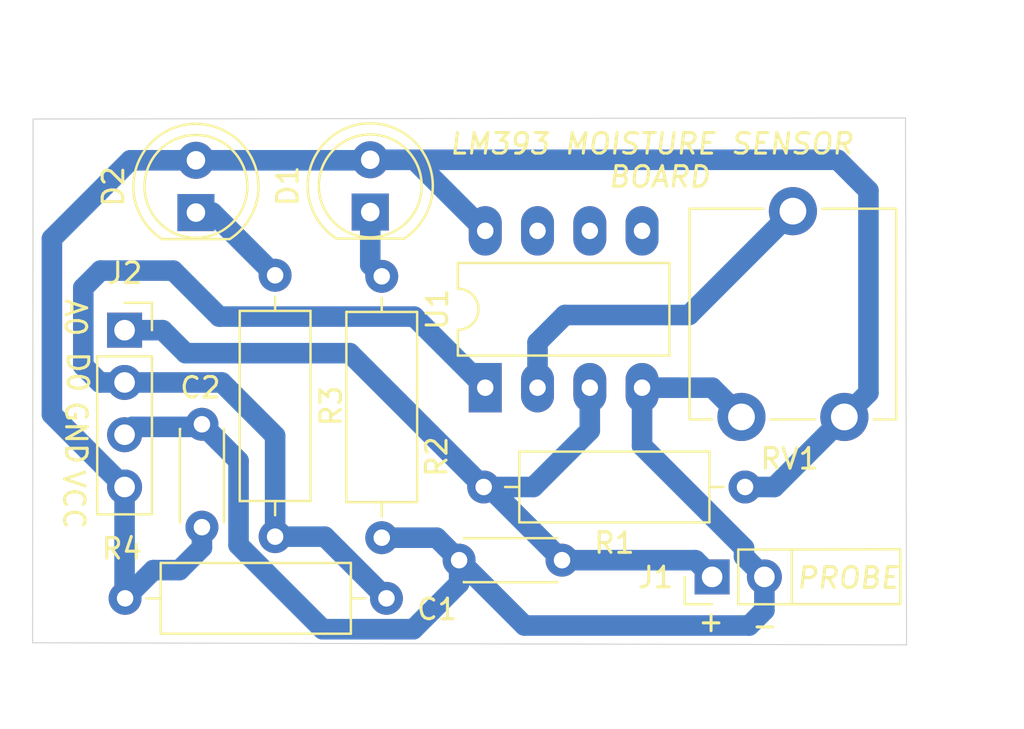
<source format=kicad_pcb>
(kicad_pcb (version 20171130) (host pcbnew "(5.1.2)-1")

  (general
    (thickness 1.6)
    (drawings 21)
    (tracks 78)
    (zones 0)
    (modules 12)
    (nets 11)
  )

  (page A4)
  (layers
    (0 F.Cu signal)
    (31 B.Cu signal)
    (32 B.Adhes user)
    (33 F.Adhes user)
    (34 B.Paste user)
    (35 F.Paste user)
    (36 B.SilkS user)
    (37 F.SilkS user)
    (38 B.Mask user)
    (39 F.Mask user)
    (40 Dwgs.User user)
    (41 Cmts.User user)
    (42 Eco1.User user)
    (43 Eco2.User user)
    (44 Edge.Cuts user)
    (45 Margin user)
    (46 B.CrtYd user)
    (47 F.CrtYd user)
    (48 B.Fab user)
    (49 F.Fab user)
  )

  (setup
    (last_trace_width 0.25)
    (user_trace_width 0.7)
    (user_trace_width 1)
    (trace_clearance 0.2)
    (zone_clearance 0.508)
    (zone_45_only no)
    (trace_min 0.2)
    (via_size 0.8)
    (via_drill 0.4)
    (via_min_size 0.4)
    (via_min_drill 0.3)
    (uvia_size 0.3)
    (uvia_drill 0.1)
    (uvias_allowed no)
    (uvia_min_size 0.2)
    (uvia_min_drill 0.1)
    (edge_width 0.05)
    (segment_width 0.2)
    (pcb_text_width 0.3)
    (pcb_text_size 1.5 1.5)
    (mod_edge_width 0.12)
    (mod_text_size 1 1)
    (mod_text_width 0.15)
    (pad_size 1.524 1.524)
    (pad_drill 0.762)
    (pad_to_mask_clearance 0.051)
    (solder_mask_min_width 0.25)
    (aux_axis_origin 0 0)
    (visible_elements 7FFFFFFF)
    (pcbplotparams
      (layerselection 0x010fc_ffffffff)
      (usegerberextensions false)
      (usegerberattributes false)
      (usegerberadvancedattributes false)
      (creategerberjobfile false)
      (excludeedgelayer true)
      (linewidth 0.100000)
      (plotframeref false)
      (viasonmask false)
      (mode 1)
      (useauxorigin false)
      (hpglpennumber 1)
      (hpglpenspeed 20)
      (hpglpendiameter 15.000000)
      (psnegative false)
      (psa4output false)
      (plotreference true)
      (plotvalue true)
      (plotinvisibletext false)
      (padsonsilk false)
      (subtractmaskfromsilk false)
      (outputformat 1)
      (mirror false)
      (drillshape 1)
      (scaleselection 1)
      (outputdirectory ""))
  )

  (net 0 "")
  (net 1 GND)
  (net 2 VCC)
  (net 3 "Net-(D1-Pad1)")
  (net 4 "Net-(D2-Pad1)")
  (net 5 /DO)
  (net 6 /AO)
  (net 7 /IN)
  (net 8 "Net-(U1-Pad7)")
  (net 9 "Net-(U1-Pad6)")
  (net 10 "Net-(U1-Pad5)")

  (net_class Default "This is the default net class."
    (clearance 0.2)
    (trace_width 0.25)
    (via_dia 0.8)
    (via_drill 0.4)
    (uvia_dia 0.3)
    (uvia_drill 0.1)
    (add_net /AO)
    (add_net /DO)
    (add_net /IN)
    (add_net GND)
    (add_net "Net-(D1-Pad1)")
    (add_net "Net-(D2-Pad1)")
    (add_net "Net-(U1-Pad5)")
    (add_net "Net-(U1-Pad6)")
    (add_net "Net-(U1-Pad7)")
    (add_net VCC)
  )

  (module Potentiometer_THT:Potentiometer_ACP_CA9-V10_Vertical (layer F.Cu) (tedit 5A3D4994) (tstamp 5DF9C4DC)
    (at 179.8828 113.6904 90)
    (descr "Potentiometer, vertical, ACP CA9-V10, http://www.acptechnologies.com/wp-content/uploads/2017/05/02-ACP-CA9-CE9.pdf")
    (tags "Potentiometer vertical ACP CA9-V10")
    (path /5DF94D45)
    (fp_text reference RV1 (at -2.032 -2.667) (layer F.SilkS)
      (effects (font (size 1 1) (thickness 0.15)))
    )
    (fp_text value R_POT (at 5 3.65 90) (layer F.Fab)
      (effects (font (size 1 1) (thickness 0.15)))
    )
    (fp_text user %R (at 1 -2.5) (layer F.Fab)
      (effects (font (size 1 1) (thickness 0.15)))
    )
    (fp_line (start 11.45 -7.65) (end -1.45 -7.65) (layer F.CrtYd) (width 0.05))
    (fp_line (start 11.45 2.7) (end 11.45 -7.65) (layer F.CrtYd) (width 0.05))
    (fp_line (start -1.45 2.7) (end 11.45 2.7) (layer F.CrtYd) (width 0.05))
    (fp_line (start -1.45 -7.65) (end -1.45 2.7) (layer F.CrtYd) (width 0.05))
    (fp_line (start 10.12 -1.075) (end 10.12 2.52) (layer F.SilkS) (width 0.12))
    (fp_line (start 10.12 -7.521) (end 10.12 -3.925) (layer F.SilkS) (width 0.12))
    (fp_line (start -0.12 1.425) (end -0.12 2.52) (layer F.SilkS) (width 0.12))
    (fp_line (start -0.12 -3.574) (end -0.12 -1.425) (layer F.SilkS) (width 0.12))
    (fp_line (start -0.12 -7.521) (end -0.12 -6.426) (layer F.SilkS) (width 0.12))
    (fp_line (start -0.12 2.52) (end 10.12 2.52) (layer F.SilkS) (width 0.12))
    (fp_line (start -0.12 -7.521) (end 10.12 -7.521) (layer F.SilkS) (width 0.12))
    (fp_line (start 10 -7.4) (end 0 -7.4) (layer F.Fab) (width 0.1))
    (fp_line (start 10 2.4) (end 10 -7.4) (layer F.Fab) (width 0.1))
    (fp_line (start 0 2.4) (end 10 2.4) (layer F.Fab) (width 0.1))
    (fp_line (start 0 -7.4) (end 0 2.4) (layer F.Fab) (width 0.1))
    (fp_circle (center 5 -2.5) (end 6.05 -2.5) (layer F.Fab) (width 0.1))
    (pad 1 thru_hole circle (at 0 0 90) (size 2.34 2.34) (drill 1.3) (layers *.Cu *.Mask)
      (net 2 VCC))
    (pad 2 thru_hole circle (at 10 -2.5 90) (size 2.34 2.34) (drill 1.3) (layers *.Cu *.Mask)
      (net 7 /IN))
    (pad 3 thru_hole circle (at 0 -5 90) (size 2.34 2.34) (drill 1.3) (layers *.Cu *.Mask)
      (net 1 GND))
    (model ${KISYS3DMOD}/Potentiometer_THT.3dshapes/Potentiometer_ACP_CA9-V10_Vertical.wrl
      (at (xyz 0 0 0))
      (scale (xyz 1 1 1))
      (rotate (xyz 0 0 0))
    )
  )

  (module Connector_PinHeader_2.54mm:PinHeader_1x02_P2.54mm_Vertical (layer F.Cu) (tedit 59FED5CC) (tstamp 5DF9BC13)
    (at 173.4566 121.4628 90)
    (descr "Through hole straight pin header, 1x02, 2.54mm pitch, single row")
    (tags "Through hole pin header THT 1x02 2.54mm single row")
    (path /5DF97AE7)
    (fp_text reference J1 (at -0.0254 -2.7432) (layer F.SilkS)
      (effects (font (size 1 1) (thickness 0.15)))
    )
    (fp_text value "PROBE CONNECTOR" (at 0 4.87 90) (layer F.Fab)
      (effects (font (size 1 1) (thickness 0.15)))
    )
    (fp_line (start -0.635 -1.27) (end 1.27 -1.27) (layer F.Fab) (width 0.1))
    (fp_line (start 1.27 -1.27) (end 1.27 3.81) (layer F.Fab) (width 0.1))
    (fp_line (start 1.27 3.81) (end -1.27 3.81) (layer F.Fab) (width 0.1))
    (fp_line (start -1.27 3.81) (end -1.27 -0.635) (layer F.Fab) (width 0.1))
    (fp_line (start -1.27 -0.635) (end -0.635 -1.27) (layer F.Fab) (width 0.1))
    (fp_line (start -1.33 3.87) (end 1.33 3.87) (layer F.SilkS) (width 0.12))
    (fp_line (start -1.33 1.27) (end -1.33 3.87) (layer F.SilkS) (width 0.12))
    (fp_line (start 1.33 1.27) (end 1.33 3.87) (layer F.SilkS) (width 0.12))
    (fp_line (start -1.33 1.27) (end 1.33 1.27) (layer F.SilkS) (width 0.12))
    (fp_line (start -1.33 0) (end -1.33 -1.33) (layer F.SilkS) (width 0.12))
    (fp_line (start -1.33 -1.33) (end 0 -1.33) (layer F.SilkS) (width 0.12))
    (fp_line (start -1.8 -1.8) (end -1.8 4.35) (layer F.CrtYd) (width 0.05))
    (fp_line (start -1.8 4.35) (end 1.8 4.35) (layer F.CrtYd) (width 0.05))
    (fp_line (start 1.8 4.35) (end 1.8 -1.8) (layer F.CrtYd) (width 0.05))
    (fp_line (start 1.8 -1.8) (end -1.8 -1.8) (layer F.CrtYd) (width 0.05))
    (fp_text user %R (at 0 1.27) (layer F.Fab)
      (effects (font (size 1 1) (thickness 0.15)))
    )
    (pad 1 thru_hole rect (at 0 0 90) (size 1.7 1.7) (drill 1) (layers *.Cu *.Mask)
      (net 6 /AO))
    (pad 2 thru_hole oval (at 0 2.54 90) (size 1.7 1.7) (drill 1) (layers *.Cu *.Mask)
      (net 1 GND))
    (model ${KISYS3DMOD}/Connector_PinHeader_2.54mm.3dshapes/PinHeader_1x02_P2.54mm_Vertical.wrl
      (at (xyz 0 0 0))
      (scale (xyz 1 1 1))
      (rotate (xyz 0 0 0))
    )
  )

  (module Connector_PinSocket_2.54mm:PinSocket_1x04_P2.54mm_Vertical (layer F.Cu) (tedit 5A19A429) (tstamp 5DF9B96E)
    (at 144.907 109.474)
    (descr "Through hole straight socket strip, 1x04, 2.54mm pitch, single row (from Kicad 4.0.7), script generated")
    (tags "Through hole socket strip THT 1x04 2.54mm single row")
    (path /5DF97F88)
    (fp_text reference J2 (at 0 -2.77) (layer F.SilkS)
      (effects (font (size 1 1) (thickness 0.15)))
    )
    (fp_text value "BREAKOUT PINS" (at 0 10.39) (layer F.Fab)
      (effects (font (size 1 1) (thickness 0.15)))
    )
    (fp_text user %R (at 0 3.81 90) (layer F.Fab)
      (effects (font (size 1 1) (thickness 0.15)))
    )
    (fp_line (start -1.8 9.4) (end -1.8 -1.8) (layer F.CrtYd) (width 0.05))
    (fp_line (start 1.75 9.4) (end -1.8 9.4) (layer F.CrtYd) (width 0.05))
    (fp_line (start 1.75 -1.8) (end 1.75 9.4) (layer F.CrtYd) (width 0.05))
    (fp_line (start -1.8 -1.8) (end 1.75 -1.8) (layer F.CrtYd) (width 0.05))
    (fp_line (start 0 -1.33) (end 1.33 -1.33) (layer F.SilkS) (width 0.12))
    (fp_line (start 1.33 -1.33) (end 1.33 0) (layer F.SilkS) (width 0.12))
    (fp_line (start 1.33 1.27) (end 1.33 8.95) (layer F.SilkS) (width 0.12))
    (fp_line (start -1.33 8.95) (end 1.33 8.95) (layer F.SilkS) (width 0.12))
    (fp_line (start -1.33 1.27) (end -1.33 8.95) (layer F.SilkS) (width 0.12))
    (fp_line (start -1.33 1.27) (end 1.33 1.27) (layer F.SilkS) (width 0.12))
    (fp_line (start -1.27 8.89) (end -1.27 -1.27) (layer F.Fab) (width 0.1))
    (fp_line (start 1.27 8.89) (end -1.27 8.89) (layer F.Fab) (width 0.1))
    (fp_line (start 1.27 -0.635) (end 1.27 8.89) (layer F.Fab) (width 0.1))
    (fp_line (start 0.635 -1.27) (end 1.27 -0.635) (layer F.Fab) (width 0.1))
    (fp_line (start -1.27 -1.27) (end 0.635 -1.27) (layer F.Fab) (width 0.1))
    (pad 4 thru_hole oval (at 0 7.62) (size 1.7 1.7) (drill 1) (layers *.Cu *.Mask)
      (net 2 VCC))
    (pad 3 thru_hole oval (at 0 5.08) (size 1.7 1.7) (drill 1) (layers *.Cu *.Mask)
      (net 1 GND))
    (pad 2 thru_hole oval (at 0 2.54) (size 1.7 1.7) (drill 1) (layers *.Cu *.Mask)
      (net 5 /DO))
    (pad 1 thru_hole rect (at 0 0) (size 1.7 1.7) (drill 1) (layers *.Cu *.Mask)
      (net 6 /AO))
    (model ${KISYS3DMOD}/Connector_PinSocket_2.54mm.3dshapes/PinSocket_1x04_P2.54mm_Vertical.wrl
      (at (xyz 0 0 0))
      (scale (xyz 1 1 1))
      (rotate (xyz 0 0 0))
    )
  )

  (module Package_DIP:DIP-8_W7.62mm_LongPads (layer F.Cu) (tedit 5A02E8C5) (tstamp 5DF9B139)
    (at 162.433 112.268 90)
    (descr "8-lead though-hole mounted DIP package, row spacing 7.62 mm (300 mils), LongPads")
    (tags "THT DIP DIL PDIP 2.54mm 7.62mm 300mil LongPads")
    (path /5DF9086B)
    (fp_text reference U1 (at 3.81 -2.33 90) (layer F.SilkS)
      (effects (font (size 1 1) (thickness 0.15)))
    )
    (fp_text value LM393 (at 3.81 9.95 90) (layer F.Fab)
      (effects (font (size 1 1) (thickness 0.15)))
    )
    (fp_text user %R (at 3.81 3.81 90) (layer F.Fab)
      (effects (font (size 1 1) (thickness 0.15)))
    )
    (fp_line (start 9.1 -1.55) (end -1.45 -1.55) (layer F.CrtYd) (width 0.05))
    (fp_line (start 9.1 9.15) (end 9.1 -1.55) (layer F.CrtYd) (width 0.05))
    (fp_line (start -1.45 9.15) (end 9.1 9.15) (layer F.CrtYd) (width 0.05))
    (fp_line (start -1.45 -1.55) (end -1.45 9.15) (layer F.CrtYd) (width 0.05))
    (fp_line (start 6.06 -1.33) (end 4.81 -1.33) (layer F.SilkS) (width 0.12))
    (fp_line (start 6.06 8.95) (end 6.06 -1.33) (layer F.SilkS) (width 0.12))
    (fp_line (start 1.56 8.95) (end 6.06 8.95) (layer F.SilkS) (width 0.12))
    (fp_line (start 1.56 -1.33) (end 1.56 8.95) (layer F.SilkS) (width 0.12))
    (fp_line (start 2.81 -1.33) (end 1.56 -1.33) (layer F.SilkS) (width 0.12))
    (fp_line (start 0.635 -0.27) (end 1.635 -1.27) (layer F.Fab) (width 0.1))
    (fp_line (start 0.635 8.89) (end 0.635 -0.27) (layer F.Fab) (width 0.1))
    (fp_line (start 6.985 8.89) (end 0.635 8.89) (layer F.Fab) (width 0.1))
    (fp_line (start 6.985 -1.27) (end 6.985 8.89) (layer F.Fab) (width 0.1))
    (fp_line (start 1.635 -1.27) (end 6.985 -1.27) (layer F.Fab) (width 0.1))
    (fp_arc (start 3.81 -1.33) (end 2.81 -1.33) (angle -180) (layer F.SilkS) (width 0.12))
    (pad 8 thru_hole oval (at 7.62 0 90) (size 2.4 1.6) (drill 0.8) (layers *.Cu *.Mask)
      (net 2 VCC))
    (pad 4 thru_hole oval (at 0 7.62 90) (size 2.4 1.6) (drill 0.8) (layers *.Cu *.Mask)
      (net 1 GND))
    (pad 7 thru_hole oval (at 7.62 2.54 90) (size 2.4 1.6) (drill 0.8) (layers *.Cu *.Mask)
      (net 8 "Net-(U1-Pad7)"))
    (pad 3 thru_hole oval (at 0 5.08 90) (size 2.4 1.6) (drill 0.8) (layers *.Cu *.Mask)
      (net 6 /AO))
    (pad 6 thru_hole oval (at 7.62 5.08 90) (size 2.4 1.6) (drill 0.8) (layers *.Cu *.Mask)
      (net 9 "Net-(U1-Pad6)"))
    (pad 2 thru_hole oval (at 0 2.54 90) (size 2.4 1.6) (drill 0.8) (layers *.Cu *.Mask)
      (net 7 /IN))
    (pad 5 thru_hole oval (at 7.62 7.62 90) (size 2.4 1.6) (drill 0.8) (layers *.Cu *.Mask)
      (net 10 "Net-(U1-Pad5)"))
    (pad 1 thru_hole rect (at 0 0 90) (size 2.4 1.6) (drill 0.8) (layers *.Cu *.Mask)
      (net 5 /DO))
    (model ${KISYS3DMOD}/Package_DIP.3dshapes/DIP-8_W7.62mm.wrl
      (at (xyz 0 0 0))
      (scale (xyz 1 1 1))
      (rotate (xyz 0 0 0))
    )
  )

  (module LED_THT:LED_D5.0mm_FlatTop (layer F.Cu) (tedit 5880A862) (tstamp 5DF9ACEC)
    (at 148.3741 103.759 90)
    (descr "LED, Round, FlatTop, diameter 5.0mm, 2 pins, http://www.kingbright.com/attachments/file/psearch/000/00/00/L-483GDT(Ver.15B).pdf")
    (tags "LED Round FlatTop diameter 5.0mm 2 pins")
    (path /5DFA2983)
    (fp_text reference D2 (at 1.27 -4.01 90) (layer F.SilkS)
      (effects (font (size 1 1) (thickness 0.15)))
    )
    (fp_text value LED (at 1.27 4.01 90) (layer F.Fab)
      (effects (font (size 1 1) (thickness 0.15)))
    )
    (fp_arc (start 1.27 0) (end -1.23 -1.566046) (angle 295.9) (layer F.Fab) (width 0.1))
    (fp_arc (start 1.27 0) (end -1.29 -1.639512) (angle 147.4) (layer F.SilkS) (width 0.12))
    (fp_arc (start 1.27 0) (end -1.29 1.639512) (angle -147.4) (layer F.SilkS) (width 0.12))
    (fp_circle (center 1.27 0) (end 3.77 0) (layer F.Fab) (width 0.1))
    (fp_circle (center 1.27 0) (end 3.77 0) (layer F.SilkS) (width 0.12))
    (fp_line (start -1.23 -1.566046) (end -1.23 1.566046) (layer F.Fab) (width 0.1))
    (fp_line (start -1.29 -1.64) (end -1.29 1.64) (layer F.SilkS) (width 0.12))
    (fp_line (start -2 -3.3) (end -2 3.3) (layer F.CrtYd) (width 0.05))
    (fp_line (start -2 3.3) (end 4.55 3.3) (layer F.CrtYd) (width 0.05))
    (fp_line (start 4.55 3.3) (end 4.55 -3.3) (layer F.CrtYd) (width 0.05))
    (fp_line (start 4.55 -3.3) (end -2 -3.3) (layer F.CrtYd) (width 0.05))
    (pad 1 thru_hole rect (at 0 0 90) (size 1.8 1.8) (drill 0.9) (layers *.Cu *.Mask)
      (net 4 "Net-(D2-Pad1)"))
    (pad 2 thru_hole circle (at 2.54 0 90) (size 1.8 1.8) (drill 0.9) (layers *.Cu *.Mask)
      (net 2 VCC))
    (model ${KISYS3DMOD}/LED_THT.3dshapes/LED_D5.0mm_FlatTop.wrl
      (at (xyz 0 0 0))
      (scale (xyz 1 1 1))
      (rotate (xyz 0 0 0))
    )
  )

  (module LED_THT:LED_D5.0mm_FlatTop (layer F.Cu) (tedit 5880A862) (tstamp 5DF9ACEB)
    (at 156.845 103.7336 90)
    (descr "LED, Round, FlatTop, diameter 5.0mm, 2 pins, http://www.kingbright.com/attachments/file/psearch/000/00/00/L-483GDT(Ver.15B).pdf")
    (tags "LED Round FlatTop diameter 5.0mm 2 pins")
    (path /5DF9ECD6)
    (fp_text reference D1 (at 1.27 -4.01 90) (layer F.SilkS)
      (effects (font (size 1 1) (thickness 0.15)))
    )
    (fp_text value LED (at 1.27 4.01 90) (layer F.Fab)
      (effects (font (size 1 1) (thickness 0.15)))
    )
    (fp_line (start 4.55 -3.3) (end -2 -3.3) (layer F.CrtYd) (width 0.05))
    (fp_line (start 4.55 3.3) (end 4.55 -3.3) (layer F.CrtYd) (width 0.05))
    (fp_line (start -2 3.3) (end 4.55 3.3) (layer F.CrtYd) (width 0.05))
    (fp_line (start -2 -3.3) (end -2 3.3) (layer F.CrtYd) (width 0.05))
    (fp_line (start -1.29 -1.64) (end -1.29 1.64) (layer F.SilkS) (width 0.12))
    (fp_line (start -1.23 -1.566046) (end -1.23 1.566046) (layer F.Fab) (width 0.1))
    (fp_circle (center 1.27 0) (end 3.77 0) (layer F.SilkS) (width 0.12))
    (fp_circle (center 1.27 0) (end 3.77 0) (layer F.Fab) (width 0.1))
    (fp_arc (start 1.27 0) (end -1.29 1.639512) (angle -147.4) (layer F.SilkS) (width 0.12))
    (fp_arc (start 1.27 0) (end -1.29 -1.639512) (angle 147.4) (layer F.SilkS) (width 0.12))
    (fp_arc (start 1.27 0) (end -1.23 -1.566046) (angle 295.9) (layer F.Fab) (width 0.1))
    (pad 2 thru_hole circle (at 2.54 0 90) (size 1.8 1.8) (drill 0.9) (layers *.Cu *.Mask)
      (net 2 VCC))
    (pad 1 thru_hole rect (at 0 0 90) (size 1.8 1.8) (drill 0.9) (layers *.Cu *.Mask)
      (net 3 "Net-(D1-Pad1)"))
    (model ${KISYS3DMOD}/LED_THT.3dshapes/LED_D5.0mm_FlatTop.wrl
      (at (xyz 0 0 0))
      (scale (xyz 1 1 1))
      (rotate (xyz 0 0 0))
    )
  )

  (module Capacitor_THT:C_Disc_D4.3mm_W1.9mm_P5.00mm (layer F.Cu) (tedit 5AE50EF0) (tstamp 5DF98CA5)
    (at 148.6662 114.046 270)
    (descr "C, Disc series, Radial, pin pitch=5.00mm, , diameter*width=4.3*1.9mm^2, Capacitor, http://www.vishay.com/docs/45233/krseries.pdf")
    (tags "C Disc series Radial pin pitch 5.00mm  diameter 4.3mm width 1.9mm Capacitor")
    (path /5DF95668)
    (fp_text reference C2 (at -1.778 0.0762) (layer F.SilkS)
      (effects (font (size 1 1) (thickness 0.15)))
    )
    (fp_text value 100nF (at 2.5 2.2 90) (layer F.Fab)
      (effects (font (size 1 1) (thickness 0.15)))
    )
    (fp_text user %R (at 2.5 0 90) (layer F.Fab)
      (effects (font (size 0.86 0.86) (thickness 0.129)))
    )
    (fp_line (start 6.05 -1.2) (end -1.05 -1.2) (layer F.CrtYd) (width 0.05))
    (fp_line (start 6.05 1.2) (end 6.05 -1.2) (layer F.CrtYd) (width 0.05))
    (fp_line (start -1.05 1.2) (end 6.05 1.2) (layer F.CrtYd) (width 0.05))
    (fp_line (start -1.05 -1.2) (end -1.05 1.2) (layer F.CrtYd) (width 0.05))
    (fp_line (start 4.77 1.055) (end 4.77 1.07) (layer F.SilkS) (width 0.12))
    (fp_line (start 4.77 -1.07) (end 4.77 -1.055) (layer F.SilkS) (width 0.12))
    (fp_line (start 0.23 1.055) (end 0.23 1.07) (layer F.SilkS) (width 0.12))
    (fp_line (start 0.23 -1.07) (end 0.23 -1.055) (layer F.SilkS) (width 0.12))
    (fp_line (start 0.23 1.07) (end 4.77 1.07) (layer F.SilkS) (width 0.12))
    (fp_line (start 0.23 -1.07) (end 4.77 -1.07) (layer F.SilkS) (width 0.12))
    (fp_line (start 4.65 -0.95) (end 0.35 -0.95) (layer F.Fab) (width 0.1))
    (fp_line (start 4.65 0.95) (end 4.65 -0.95) (layer F.Fab) (width 0.1))
    (fp_line (start 0.35 0.95) (end 4.65 0.95) (layer F.Fab) (width 0.1))
    (fp_line (start 0.35 -0.95) (end 0.35 0.95) (layer F.Fab) (width 0.1))
    (pad 2 thru_hole circle (at 5 0 270) (size 1.6 1.6) (drill 0.8) (layers *.Cu *.Mask)
      (net 2 VCC))
    (pad 1 thru_hole circle (at 0 0 270) (size 1.6 1.6) (drill 0.8) (layers *.Cu *.Mask)
      (net 1 GND))
    (model ${KISYS3DMOD}/Capacitor_THT.3dshapes/C_Disc_D4.3mm_W1.9mm_P5.00mm.wrl
      (at (xyz 0 0 0))
      (scale (xyz 1 1 1))
      (rotate (xyz 0 0 0))
    )
  )

  (module Capacitor_THT:C_Disc_D4.3mm_W1.9mm_P5.00mm (layer F.Cu) (tedit 5AE50EF0) (tstamp 5DF98C40)
    (at 161.163 120.65)
    (descr "C, Disc series, Radial, pin pitch=5.00mm, , diameter*width=4.3*1.9mm^2, Capacitor, http://www.vishay.com/docs/45233/krseries.pdf")
    (tags "C Disc series Radial pin pitch 5.00mm  diameter 4.3mm width 1.9mm Capacitor")
    (path /5DF95AB9)
    (fp_text reference C1 (at -1.0668 2.3876) (layer F.SilkS)
      (effects (font (size 1 1) (thickness 0.15)))
    )
    (fp_text value 100nF (at 2.5 2.2) (layer F.Fab)
      (effects (font (size 1 1) (thickness 0.15)))
    )
    (fp_line (start 0.35 -0.95) (end 0.35 0.95) (layer F.Fab) (width 0.1))
    (fp_line (start 0.35 0.95) (end 4.65 0.95) (layer F.Fab) (width 0.1))
    (fp_line (start 4.65 0.95) (end 4.65 -0.95) (layer F.Fab) (width 0.1))
    (fp_line (start 4.65 -0.95) (end 0.35 -0.95) (layer F.Fab) (width 0.1))
    (fp_line (start 0.23 -1.07) (end 4.77 -1.07) (layer F.SilkS) (width 0.12))
    (fp_line (start 0.23 1.07) (end 4.77 1.07) (layer F.SilkS) (width 0.12))
    (fp_line (start 0.23 -1.07) (end 0.23 -1.055) (layer F.SilkS) (width 0.12))
    (fp_line (start 0.23 1.055) (end 0.23 1.07) (layer F.SilkS) (width 0.12))
    (fp_line (start 4.77 -1.07) (end 4.77 -1.055) (layer F.SilkS) (width 0.12))
    (fp_line (start 4.77 1.055) (end 4.77 1.07) (layer F.SilkS) (width 0.12))
    (fp_line (start -1.05 -1.2) (end -1.05 1.2) (layer F.CrtYd) (width 0.05))
    (fp_line (start -1.05 1.2) (end 6.05 1.2) (layer F.CrtYd) (width 0.05))
    (fp_line (start 6.05 1.2) (end 6.05 -1.2) (layer F.CrtYd) (width 0.05))
    (fp_line (start 6.05 -1.2) (end -1.05 -1.2) (layer F.CrtYd) (width 0.05))
    (fp_text user %R (at 2.5 0) (layer F.Fab)
      (effects (font (size 0.86 0.86) (thickness 0.129)))
    )
    (pad 1 thru_hole circle (at 0 0) (size 1.6 1.6) (drill 0.8) (layers *.Cu *.Mask)
      (net 1 GND))
    (pad 2 thru_hole circle (at 5 0) (size 1.6 1.6) (drill 0.8) (layers *.Cu *.Mask)
      (net 6 /AO))
    (model ${KISYS3DMOD}/Capacitor_THT.3dshapes/C_Disc_D4.3mm_W1.9mm_P5.00mm.wrl
      (at (xyz 0 0 0))
      (scale (xyz 1 1 1))
      (rotate (xyz 0 0 0))
    )
  )

  (module Resistor_THT:R_Axial_DIN0309_L9.0mm_D3.2mm_P12.70mm_Horizontal (layer F.Cu) (tedit 5AE5139B) (tstamp 5DF97A98)
    (at 144.9324 122.5042)
    (descr "Resistor, Axial_DIN0309 series, Axial, Horizontal, pin pitch=12.7mm, 0.5W = 1/2W, length*diameter=9*3.2mm^2, http://cdn-reichelt.de/documents/datenblatt/B400/1_4W%23YAG.pdf")
    (tags "Resistor Axial_DIN0309 series Axial Horizontal pin pitch 12.7mm 0.5W = 1/2W length 9mm diameter 3.2mm")
    (path /5DF9411E)
    (fp_text reference R4 (at -0.1524 -2.413) (layer F.SilkS)
      (effects (font (size 1 1) (thickness 0.15)))
    )
    (fp_text value 10K (at 6.35 2.72) (layer F.Fab)
      (effects (font (size 1 1) (thickness 0.15)))
    )
    (fp_line (start 1.85 -1.6) (end 1.85 1.6) (layer F.Fab) (width 0.1))
    (fp_line (start 1.85 1.6) (end 10.85 1.6) (layer F.Fab) (width 0.1))
    (fp_line (start 10.85 1.6) (end 10.85 -1.6) (layer F.Fab) (width 0.1))
    (fp_line (start 10.85 -1.6) (end 1.85 -1.6) (layer F.Fab) (width 0.1))
    (fp_line (start 0 0) (end 1.85 0) (layer F.Fab) (width 0.1))
    (fp_line (start 12.7 0) (end 10.85 0) (layer F.Fab) (width 0.1))
    (fp_line (start 1.73 -1.72) (end 1.73 1.72) (layer F.SilkS) (width 0.12))
    (fp_line (start 1.73 1.72) (end 10.97 1.72) (layer F.SilkS) (width 0.12))
    (fp_line (start 10.97 1.72) (end 10.97 -1.72) (layer F.SilkS) (width 0.12))
    (fp_line (start 10.97 -1.72) (end 1.73 -1.72) (layer F.SilkS) (width 0.12))
    (fp_line (start 1.04 0) (end 1.73 0) (layer F.SilkS) (width 0.12))
    (fp_line (start 11.66 0) (end 10.97 0) (layer F.SilkS) (width 0.12))
    (fp_line (start -1.05 -1.85) (end -1.05 1.85) (layer F.CrtYd) (width 0.05))
    (fp_line (start -1.05 1.85) (end 13.75 1.85) (layer F.CrtYd) (width 0.05))
    (fp_line (start 13.75 1.85) (end 13.75 -1.85) (layer F.CrtYd) (width 0.05))
    (fp_line (start 13.75 -1.85) (end -1.05 -1.85) (layer F.CrtYd) (width 0.05))
    (fp_text user %R (at 6.35 0) (layer F.Fab)
      (effects (font (size 1 1) (thickness 0.15)))
    )
    (pad 1 thru_hole circle (at 0 0) (size 1.6 1.6) (drill 0.8) (layers *.Cu *.Mask)
      (net 2 VCC))
    (pad 2 thru_hole oval (at 12.7 0) (size 1.6 1.6) (drill 0.8) (layers *.Cu *.Mask)
      (net 5 /DO))
    (model ${KISYS3DMOD}/Resistor_THT.3dshapes/R_Axial_DIN0309_L9.0mm_D3.2mm_P12.70mm_Horizontal.wrl
      (at (xyz 0 0 0))
      (scale (xyz 1 1 1))
      (rotate (xyz 0 0 0))
    )
  )

  (module Resistor_THT:R_Axial_DIN0309_L9.0mm_D3.2mm_P12.70mm_Horizontal (layer F.Cu) (tedit 5AE5139B) (tstamp 5DF97A98)
    (at 152.2222 106.807 270)
    (descr "Resistor, Axial_DIN0309 series, Axial, Horizontal, pin pitch=12.7mm, 0.5W = 1/2W, length*diameter=9*3.2mm^2, http://cdn-reichelt.de/documents/datenblatt/B400/1_4W%23YAG.pdf")
    (tags "Resistor Axial_DIN0309 series Axial Horizontal pin pitch 12.7mm 0.5W = 1/2W length 9mm diameter 3.2mm")
    (path /5DF93D3F)
    (fp_text reference R3 (at 6.35 -2.72 90) (layer F.SilkS)
      (effects (font (size 1 1) (thickness 0.15)))
    )
    (fp_text value 1K (at 6.35 2.72 90) (layer F.Fab)
      (effects (font (size 1 1) (thickness 0.15)))
    )
    (fp_line (start 1.85 -1.6) (end 1.85 1.6) (layer F.Fab) (width 0.1))
    (fp_line (start 1.85 1.6) (end 10.85 1.6) (layer F.Fab) (width 0.1))
    (fp_line (start 10.85 1.6) (end 10.85 -1.6) (layer F.Fab) (width 0.1))
    (fp_line (start 10.85 -1.6) (end 1.85 -1.6) (layer F.Fab) (width 0.1))
    (fp_line (start 0 0) (end 1.85 0) (layer F.Fab) (width 0.1))
    (fp_line (start 12.7 0) (end 10.85 0) (layer F.Fab) (width 0.1))
    (fp_line (start 1.73 -1.72) (end 1.73 1.72) (layer F.SilkS) (width 0.12))
    (fp_line (start 1.73 1.72) (end 10.97 1.72) (layer F.SilkS) (width 0.12))
    (fp_line (start 10.97 1.72) (end 10.97 -1.72) (layer F.SilkS) (width 0.12))
    (fp_line (start 10.97 -1.72) (end 1.73 -1.72) (layer F.SilkS) (width 0.12))
    (fp_line (start 1.04 0) (end 1.73 0) (layer F.SilkS) (width 0.12))
    (fp_line (start 11.66 0) (end 10.97 0) (layer F.SilkS) (width 0.12))
    (fp_line (start -1.05 -1.85) (end -1.05 1.85) (layer F.CrtYd) (width 0.05))
    (fp_line (start -1.05 1.85) (end 13.75 1.85) (layer F.CrtYd) (width 0.05))
    (fp_line (start 13.75 1.85) (end 13.75 -1.85) (layer F.CrtYd) (width 0.05))
    (fp_line (start 13.75 -1.85) (end -1.05 -1.85) (layer F.CrtYd) (width 0.05))
    (fp_text user %R (at 6.35 0 90) (layer F.Fab)
      (effects (font (size 1 1) (thickness 0.15)))
    )
    (pad 1 thru_hole circle (at 0 0 270) (size 1.6 1.6) (drill 0.8) (layers *.Cu *.Mask)
      (net 4 "Net-(D2-Pad1)"))
    (pad 2 thru_hole oval (at 12.7 0 270) (size 1.6 1.6) (drill 0.8) (layers *.Cu *.Mask)
      (net 5 /DO))
    (model ${KISYS3DMOD}/Resistor_THT.3dshapes/R_Axial_DIN0309_L9.0mm_D3.2mm_P12.70mm_Horizontal.wrl
      (at (xyz 0 0 0))
      (scale (xyz 1 1 1))
      (rotate (xyz 0 0 0))
    )
  )

  (module Resistor_THT:R_Axial_DIN0309_L9.0mm_D3.2mm_P12.70mm_Horizontal (layer F.Cu) (tedit 5AE5139B) (tstamp 5DF97A97)
    (at 157.4038 106.8578 270)
    (descr "Resistor, Axial_DIN0309 series, Axial, Horizontal, pin pitch=12.7mm, 0.5W = 1/2W, length*diameter=9*3.2mm^2, http://cdn-reichelt.de/documents/datenblatt/B400/1_4W%23YAG.pdf")
    (tags "Resistor Axial_DIN0309 series Axial Horizontal pin pitch 12.7mm 0.5W = 1/2W length 9mm diameter 3.2mm")
    (path /5DF92D4B)
    (fp_text reference R2 (at 8.763 -2.667 90) (layer F.SilkS)
      (effects (font (size 1 1) (thickness 0.15)))
    )
    (fp_text value 1K (at 6.35 2.72 90) (layer F.Fab)
      (effects (font (size 1 1) (thickness 0.15)))
    )
    (fp_text user %R (at 6.35 0 90) (layer F.Fab)
      (effects (font (size 1 1) (thickness 0.15)))
    )
    (fp_line (start 13.75 -1.85) (end -1.05 -1.85) (layer F.CrtYd) (width 0.05))
    (fp_line (start 13.75 1.85) (end 13.75 -1.85) (layer F.CrtYd) (width 0.05))
    (fp_line (start -1.05 1.85) (end 13.75 1.85) (layer F.CrtYd) (width 0.05))
    (fp_line (start -1.05 -1.85) (end -1.05 1.85) (layer F.CrtYd) (width 0.05))
    (fp_line (start 11.66 0) (end 10.97 0) (layer F.SilkS) (width 0.12))
    (fp_line (start 1.04 0) (end 1.73 0) (layer F.SilkS) (width 0.12))
    (fp_line (start 10.97 -1.72) (end 1.73 -1.72) (layer F.SilkS) (width 0.12))
    (fp_line (start 10.97 1.72) (end 10.97 -1.72) (layer F.SilkS) (width 0.12))
    (fp_line (start 1.73 1.72) (end 10.97 1.72) (layer F.SilkS) (width 0.12))
    (fp_line (start 1.73 -1.72) (end 1.73 1.72) (layer F.SilkS) (width 0.12))
    (fp_line (start 12.7 0) (end 10.85 0) (layer F.Fab) (width 0.1))
    (fp_line (start 0 0) (end 1.85 0) (layer F.Fab) (width 0.1))
    (fp_line (start 10.85 -1.6) (end 1.85 -1.6) (layer F.Fab) (width 0.1))
    (fp_line (start 10.85 1.6) (end 10.85 -1.6) (layer F.Fab) (width 0.1))
    (fp_line (start 1.85 1.6) (end 10.85 1.6) (layer F.Fab) (width 0.1))
    (fp_line (start 1.85 -1.6) (end 1.85 1.6) (layer F.Fab) (width 0.1))
    (pad 2 thru_hole oval (at 12.7 0 270) (size 1.6 1.6) (drill 0.8) (layers *.Cu *.Mask)
      (net 1 GND))
    (pad 1 thru_hole circle (at 0 0 270) (size 1.6 1.6) (drill 0.8) (layers *.Cu *.Mask)
      (net 3 "Net-(D1-Pad1)"))
    (model ${KISYS3DMOD}/Resistor_THT.3dshapes/R_Axial_DIN0309_L9.0mm_D3.2mm_P12.70mm_Horizontal.wrl
      (at (xyz 0 0 0))
      (scale (xyz 1 1 1))
      (rotate (xyz 0 0 0))
    )
  )

  (module Resistor_THT:R_Axial_DIN0309_L9.0mm_D3.2mm_P12.70mm_Horizontal (layer F.Cu) (tedit 5AE5139B) (tstamp 5DF97A28)
    (at 175.0568 117.094 180)
    (descr "Resistor, Axial_DIN0309 series, Axial, Horizontal, pin pitch=12.7mm, 0.5W = 1/2W, length*diameter=9*3.2mm^2, http://cdn-reichelt.de/documents/datenblatt/B400/1_4W%23YAG.pdf")
    (tags "Resistor Axial_DIN0309 series Axial Horizontal pin pitch 12.7mm 0.5W = 1/2W length 9mm diameter 3.2mm")
    (path /5DF94609)
    (fp_text reference R1 (at 6.35 -2.72) (layer F.SilkS)
      (effects (font (size 1 1) (thickness 0.15)))
    )
    (fp_text value 10K (at 6.35 2.72) (layer F.Fab)
      (effects (font (size 1 1) (thickness 0.15)))
    )
    (fp_text user %R (at 6.35 0) (layer F.Fab)
      (effects (font (size 1 1) (thickness 0.15)))
    )
    (fp_line (start 13.75 -1.85) (end -1.05 -1.85) (layer F.CrtYd) (width 0.05))
    (fp_line (start 13.75 1.85) (end 13.75 -1.85) (layer F.CrtYd) (width 0.05))
    (fp_line (start -1.05 1.85) (end 13.75 1.85) (layer F.CrtYd) (width 0.05))
    (fp_line (start -1.05 -1.85) (end -1.05 1.85) (layer F.CrtYd) (width 0.05))
    (fp_line (start 11.66 0) (end 10.97 0) (layer F.SilkS) (width 0.12))
    (fp_line (start 1.04 0) (end 1.73 0) (layer F.SilkS) (width 0.12))
    (fp_line (start 10.97 -1.72) (end 1.73 -1.72) (layer F.SilkS) (width 0.12))
    (fp_line (start 10.97 1.72) (end 10.97 -1.72) (layer F.SilkS) (width 0.12))
    (fp_line (start 1.73 1.72) (end 10.97 1.72) (layer F.SilkS) (width 0.12))
    (fp_line (start 1.73 -1.72) (end 1.73 1.72) (layer F.SilkS) (width 0.12))
    (fp_line (start 12.7 0) (end 10.85 0) (layer F.Fab) (width 0.1))
    (fp_line (start 0 0) (end 1.85 0) (layer F.Fab) (width 0.1))
    (fp_line (start 10.85 -1.6) (end 1.85 -1.6) (layer F.Fab) (width 0.1))
    (fp_line (start 10.85 1.6) (end 10.85 -1.6) (layer F.Fab) (width 0.1))
    (fp_line (start 1.85 1.6) (end 10.85 1.6) (layer F.Fab) (width 0.1))
    (fp_line (start 1.85 -1.6) (end 1.85 1.6) (layer F.Fab) (width 0.1))
    (pad 2 thru_hole oval (at 12.7 0 180) (size 1.6 1.6) (drill 0.8) (layers *.Cu *.Mask)
      (net 6 /AO))
    (pad 1 thru_hole circle (at 0 0 180) (size 1.6 1.6) (drill 0.8) (layers *.Cu *.Mask)
      (net 2 VCC))
    (model ${KISYS3DMOD}/Resistor_THT.3dshapes/R_Axial_DIN0309_L9.0mm_D3.2mm_P12.70mm_Horizontal.wrl
      (at (xyz 0 0 0))
      (scale (xyz 1 1 1))
      (rotate (xyz 0 0 0))
    )
  )

  (dimension 25.577813 (width 0.12) (layer Dwgs.User)
    (gr_text "25.578 mm" (at 187.236099 111.977161 89.9) (layer Dwgs.User)
      (effects (font (size 1 1) (thickness 0.15)))
    )
    (feature1 (pts (xy 185.9788 99.187) (xy 186.56522 99.187582)))
    (feature2 (pts (xy 185.9534 124.7648) (xy 186.53982 124.765382)))
    (crossbar (pts (xy 185.9534 124.7648) (xy 185.9788 99.187)))
    (arrow1a (pts (xy 185.9788 99.187) (xy 186.564102 100.314086)))
    (arrow1b (pts (xy 185.9788 99.187) (xy 185.391261 100.312921)))
    (arrow2a (pts (xy 185.9534 124.7648) (xy 186.540939 123.638879)))
    (arrow2b (pts (xy 185.9534 124.7648) (xy 185.368098 123.637714)))
  )
  (dimension 42.34183 (width 0.12) (layer Dwgs.User)
    (gr_text "42.342 mm" (at 161.659824 96.697799 0.1) (layer Dwgs.User)
      (effects (font (size 1 1) (thickness 0.15)))
    )
    (feature1 (pts (xy 182.8292 95.4024) (xy 182.829904 95.98882)))
    (feature2 (pts (xy 140.4874 95.4532) (xy 140.488104 96.03962)))
    (crossbar (pts (xy 140.4874 95.4532) (xy 182.8292 95.4024)))
    (arrow1a (pts (xy 182.8292 95.4024) (xy 181.703401 95.990172)))
    (arrow1b (pts (xy 182.8292 95.4024) (xy 181.701993 94.817331)))
    (arrow2a (pts (xy 140.4874 95.4532) (xy 141.614607 96.038269)))
    (arrow2b (pts (xy 140.4874 95.4532) (xy 141.613199 94.865428)))
  )
  (gr_text "LM393 MOISTURE SENSOR \nBOARD" (at 170.8912 101.219) (layer F.SilkS)
    (effects (font (size 1 1) (thickness 0.15) italic))
  )
  (gr_line (start 182.6006 122.7836) (end 177.2158 122.7836) (layer F.SilkS) (width 0.12))
  (gr_line (start 182.6006 120.1166) (end 182.6006 122.7836) (layer F.SilkS) (width 0.12))
  (gr_line (start 177.3266 120.1328) (end 182.6006 120.1166) (layer F.SilkS) (width 0.12))
  (gr_text PROBE (at 180.0606 121.5136) (layer F.SilkS)
    (effects (font (size 1 1) (thickness 0.15) italic))
  )
  (gr_text VCC (at 142.4432 117.7036 -90) (layer F.SilkS)
    (effects (font (size 1 1) (thickness 0.15)))
  )
  (gr_text GND (at 142.5448 114.4524 -90) (layer F.SilkS)
    (effects (font (size 1 1) (thickness 0.15)))
  )
  (gr_text D0 (at 142.621 111.506 -90) (layer F.SilkS)
    (effects (font (size 1 1) (thickness 0.15)))
  )
  (gr_text A0 (at 142.5194 108.8644 -90) (layer F.SilkS)
    (effects (font (size 1 1) (thickness 0.15)))
  )
  (gr_text _ (at 176.022 123.3424) (layer F.SilkS)
    (effects (font (size 1 1) (thickness 0.15)))
  )
  (gr_text + (at 173.4058 123.6218) (layer F.SilkS)
    (effects (font (size 1 1) (thickness 0.15)))
  )
  (gr_line (start 140.4366 124.1806) (end 140.4366 124.6632) (layer Edge.Cuts) (width 0.05))
  (gr_line (start 140.5128 99.2124) (end 140.462 99.2124) (layer Edge.Cuts) (width 0.05) (tstamp 5DF9D0C8))
  (gr_line (start 182.8546 99.1616) (end 182.7784 99.1616) (layer Edge.Cuts) (width 0.05))
  (gr_line (start 182.8546 99.6188) (end 182.8546 99.1616) (layer Edge.Cuts) (width 0.05))
  (gr_line (start 140.4366 124.1806) (end 140.462 99.2124) (layer Edge.Cuts) (width 0.05))
  (gr_line (start 182.9054 124.7648) (end 140.4366 124.6632) (layer Edge.Cuts) (width 0.05))
  (gr_line (start 182.8546 99.6188) (end 182.9054 124.7648) (layer Edge.Cuts) (width 0.05))
  (gr_line (start 140.5128 99.2124) (end 182.8038 99.1616) (layer Edge.Cuts) (width 0.05))

  (segment (start 173.4604 112.268) (end 174.8828 113.6904) (width 1) (layer B.Cu) (net 1))
  (segment (start 170.053 112.268) (end 173.4604 112.268) (width 1) (layer B.Cu) (net 1))
  (segment (start 170.053 112.268) (end 171.853 112.268) (width 1) (layer B.Cu) (net 1))
  (segment (start 160.0708 119.5578) (end 161.163 120.65) (width 1) (layer B.Cu) (net 1))
  (segment (start 157.4038 119.5578) (end 160.0708 119.5578) (width 1) (layer B.Cu) (net 1))
  (segment (start 149.466199 114.845999) (end 148.6662 114.046) (width 1) (layer B.Cu) (net 1))
  (segment (start 161.163 121.78137) (end 158.940169 124.004201) (width 1) (layer B.Cu) (net 1))
  (segment (start 161.163 120.65) (end 161.163 121.78137) (width 1) (layer B.Cu) (net 1))
  (segment (start 158.940169 124.004201) (end 154.535001 124.004201) (width 1) (layer B.Cu) (net 1))
  (segment (start 154.535001 124.004201) (end 150.4442 119.9134) (width 1) (layer B.Cu) (net 1))
  (segment (start 150.4442 119.9134) (end 150.4442 115.824) (width 1) (layer B.Cu) (net 1))
  (segment (start 150.4442 115.824) (end 149.466199 114.845999) (width 1) (layer B.Cu) (net 1))
  (segment (start 148.5392 114.173) (end 148.6662 114.046) (width 1) (layer B.Cu) (net 1))
  (segment (start 144.907 114.554) (end 145.288 114.173) (width 1) (layer B.Cu) (net 1))
  (segment (start 145.288 114.173) (end 148.5392 114.173) (width 1) (layer B.Cu) (net 1))
  (segment (start 175.9966 123.0884) (end 175.9966 121.4628) (width 1) (layer B.Cu) (net 1))
  (segment (start 175.26 123.825) (end 175.9966 123.0884) (width 1) (layer B.Cu) (net 1))
  (segment (start 161.163 120.65) (end 164.338 123.825) (width 1) (layer B.Cu) (net 1))
  (segment (start 164.338 123.825) (end 175.26 123.825) (width 1) (layer B.Cu) (net 1))
  (segment (start 175.006601 120.472801) (end 175.9966 121.4628) (width 1) (layer B.Cu) (net 1))
  (segment (start 175.006601 120.052799) (end 175.006601 120.472801) (width 1) (layer B.Cu) (net 1))
  (segment (start 170.053 112.268) (end 170.053 115.099198) (width 1) (layer B.Cu) (net 1))
  (segment (start 170.053 115.099198) (end 175.006601 120.052799) (width 1) (layer B.Cu) (net 1))
  (segment (start 144.907 122.4788) (end 144.9324 122.5042) (width 1) (layer B.Cu) (net 2))
  (segment (start 144.907 117.094) (end 144.907 122.4788) (width 1) (layer B.Cu) (net 2))
  (segment (start 146.304 121.1326) (end 144.9324 122.5042) (width 1) (layer B.Cu) (net 2))
  (segment (start 147.574 121.1326) (end 146.304 121.1326) (width 1) (layer B.Cu) (net 2))
  (segment (start 148.6662 119.046) (end 148.6662 120.0404) (width 1) (layer B.Cu) (net 2))
  (segment (start 148.6662 120.0404) (end 147.574 121.1326) (width 1) (layer B.Cu) (net 2))
  (segment (start 176.4792 117.094) (end 179.8828 113.6904) (width 1) (layer B.Cu) (net 2))
  (segment (start 175.0568 117.094) (end 176.4792 117.094) (width 1) (layer B.Cu) (net 2))
  (segment (start 156.8196 101.219) (end 156.845 101.1936) (width 1) (layer B.Cu) (net 2))
  (segment (start 148.3741 101.219) (end 156.8196 101.219) (width 1) (layer B.Cu) (net 2))
  (segment (start 158.117792 101.1936) (end 156.845 101.1936) (width 1) (layer B.Cu) (net 2))
  (segment (start 179.5526 101.1936) (end 158.117792 101.1936) (width 1) (layer B.Cu) (net 2))
  (segment (start 181.052799 102.693799) (end 179.5526 101.1936) (width 1) (layer B.Cu) (net 2))
  (segment (start 179.8828 113.6904) (end 181.052799 112.520401) (width 1) (layer B.Cu) (net 2))
  (segment (start 181.052799 112.520401) (end 181.052799 102.693799) (width 1) (layer B.Cu) (net 2))
  (segment (start 158.9786 101.1936) (end 156.845 101.1936) (width 1) (layer B.Cu) (net 2))
  (segment (start 162.433 104.648) (end 158.9786 101.1936) (width 1) (layer B.Cu) (net 2))
  (segment (start 144.057001 116.244001) (end 144.907 117.094) (width 1) (layer B.Cu) (net 2))
  (segment (start 141.3764 113.5634) (end 144.057001 116.244001) (width 1) (layer B.Cu) (net 2))
  (segment (start 141.3764 105.029) (end 141.3764 113.5634) (width 1) (layer B.Cu) (net 2))
  (segment (start 148.3741 101.219) (end 145.1864 101.219) (width 1) (layer B.Cu) (net 2))
  (segment (start 145.1864 101.219) (end 141.3764 105.029) (width 1) (layer B.Cu) (net 2))
  (segment (start 156.845 106.299) (end 157.4038 106.8578) (width 1) (layer B.Cu) (net 3))
  (segment (start 156.845 103.7336) (end 156.845 106.299) (width 1) (layer B.Cu) (net 3))
  (segment (start 149.1742 103.759) (end 152.2222 106.807) (width 1) (layer B.Cu) (net 4))
  (segment (start 148.3741 103.759) (end 149.1742 103.759) (width 1) (layer B.Cu) (net 4))
  (segment (start 145.161 112.268) (end 144.907 112.014) (width 1) (layer B.Cu) (net 5))
  (segment (start 154.6352 119.507) (end 157.6324 122.5042) (width 1) (layer B.Cu) (net 5))
  (segment (start 152.2222 119.507) (end 154.6352 119.507) (width 1) (layer B.Cu) (net 5))
  (segment (start 149.6314 112.014) (end 144.907 112.014) (width 1) (layer B.Cu) (net 5))
  (segment (start 152.2222 119.507) (end 152.2222 114.6048) (width 1) (layer B.Cu) (net 5))
  (segment (start 152.2222 114.6048) (end 149.6314 112.014) (width 1) (layer B.Cu) (net 5))
  (segment (start 142.9004 111.209481) (end 143.704919 112.014) (width 1) (layer B.Cu) (net 5))
  (segment (start 158.9786 108.8136) (end 149.5044 108.8136) (width 1) (layer B.Cu) (net 5))
  (segment (start 162.433 112.268) (end 158.9786 108.8136) (width 1) (layer B.Cu) (net 5))
  (segment (start 149.5044 108.8136) (end 147.2692 106.5784) (width 1) (layer B.Cu) (net 5))
  (segment (start 147.2692 106.5784) (end 143.7386 106.5784) (width 1) (layer B.Cu) (net 5))
  (segment (start 143.7386 106.5784) (end 142.9004 107.4166) (width 1) (layer B.Cu) (net 5))
  (segment (start 143.704919 112.014) (end 144.907 112.014) (width 1) (layer B.Cu) (net 5))
  (segment (start 142.9004 107.4166) (end 142.9004 111.209481) (width 1) (layer B.Cu) (net 5))
  (segment (start 162.607 117.094) (end 166.163 120.65) (width 1) (layer B.Cu) (net 6))
  (segment (start 162.3568 117.094) (end 162.607 117.094) (width 1) (layer B.Cu) (net 6))
  (segment (start 164.7698 117.094) (end 162.3568 117.094) (width 1) (layer B.Cu) (net 6))
  (segment (start 167.513 112.268) (end 167.513 114.3508) (width 1) (layer B.Cu) (net 6))
  (segment (start 167.513 114.3508) (end 164.7698 117.094) (width 1) (layer B.Cu) (net 6))
  (segment (start 172.6438 120.65) (end 173.4566 121.4628) (width 1) (layer B.Cu) (net 6))
  (segment (start 166.163 120.65) (end 172.6438 120.65) (width 1) (layer B.Cu) (net 6))
  (segment (start 146.757 109.474) (end 144.907 109.474) (width 1) (layer B.Cu) (net 6))
  (segment (start 147.8746 110.5916) (end 146.757 109.474) (width 1) (layer B.Cu) (net 6))
  (segment (start 162.3568 117.094) (end 155.8544 110.5916) (width 1) (layer B.Cu) (net 6))
  (segment (start 155.8544 110.5916) (end 147.8746 110.5916) (width 1) (layer B.Cu) (net 6))
  (segment (start 164.973 110.068) (end 166.3036 108.7374) (width 1) (layer B.Cu) (net 7))
  (segment (start 164.973 112.268) (end 164.973 110.068) (width 1) (layer B.Cu) (net 7))
  (segment (start 172.3358 108.7374) (end 177.3828 103.6904) (width 1) (layer B.Cu) (net 7))
  (segment (start 166.3036 108.7374) (end 172.3358 108.7374) (width 1) (layer B.Cu) (net 7))

)

</source>
